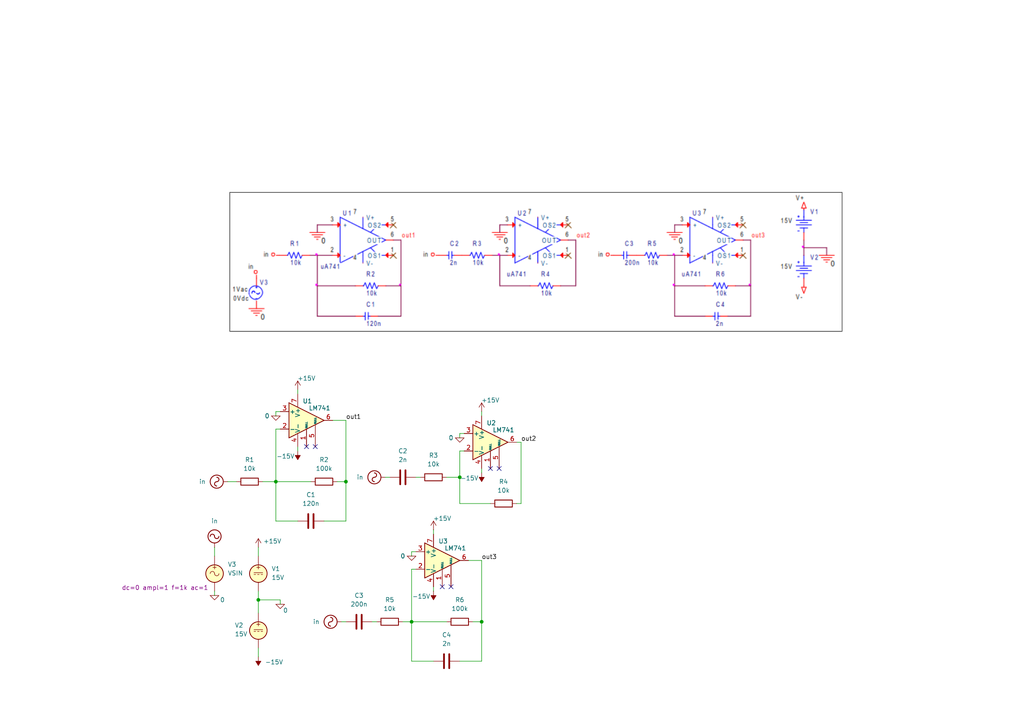
<source format=kicad_sch>
(kicad_sch (version 20250114) (generator "eeschema") (generator_version "9.0")
  (paper "A4")
  (lib_symbols
    (symbol "Amplifier_Operational:LM741" (pin_names (offset 0.127))
      (property "Reference" "U" (at 0 6.35 0))
      (property "Value" "LM741" (at 0 3.81 0))
      (symbol "LM741_0_1"
        (polyline (pts (xy -5.08 5.08) (xy 5.08 0) (xy -5.08 -5.08) (xy -5.08 5.08)) (stroke (width 0.254)) (fill (type background)))
      )
      (symbol "LM741_1_1"
        (pin input line (at -7.62 2.54 0) (length 2.54) (name "+") (number "3"))
        (pin input line (at -7.62 -2.54 0) (length 2.54) (name "-") (number "2"))
        (pin power_in line (at -2.54 7.62 270) (length 3.81) (name "V+") (number "7"))
        (pin power_in line (at -2.54 -7.62 90) (length 3.81) (name "V-") (number "4"))
        (pin no_connect line (at 0 2.54 270) (length 2.54) (hide yes) (name "NC") (number "8"))
        (pin input line (at 0 -7.62 90) (length 5.08) (name "NULL") (number "1"))
        (pin input line (at 2.54 -7.62 90) (length 6.35) (name "NULL") (number "5"))
        (pin output line (at 7.62 0 180) (length 2.54) (name "~") (number "6"))
      )
    )
    (symbol "Device:C" (pin_numbers (hide yes)) (pin_names (offset 0.254))
      (property "Reference" "C" (at 0.635 2.54 0))
      (property "Value" "C" (at 0.635 -2.54 0))
      (symbol "C_0_1"
        (polyline (pts (xy -2.032 0.762) (xy 2.032 0.762)) (stroke (width 0.508)))
        (polyline (pts (xy -2.032 -0.762) (xy 2.032 -0.762)) (stroke (width 0.508)))
      )
      (symbol "C_1_1"
        (pin passive line (at 0 3.81 270) (length 2.794) (name "~") (number "1"))
        (pin passive line (at 0 -3.81 90) (length 2.794) (name "~") (number "2"))
      )
    )
    (symbol "Device:R" (pin_numbers (hide yes)) (pin_names (offset 0))
      (property "Reference" "R" (at 2.032 0 90))
      (property "Value" "R" (at 0 0 90))
      (symbol "R_0_1"
        (rectangle (start -1.016 -2.54) (end 1.016 2.54) (stroke (width 0.254)))
      )
      (symbol "R_1_1"
        (pin passive line (at 0 3.81 270) (length 1.27) (name "~") (number "1"))
        (pin passive line (at 0 -3.81 90) (length 1.27) (name "~") (number "2"))
      )
    )
    (symbol "Simulation_SPICE:0" (power) (pin_numbers (hide yes)) (pin_names (offset 0) (hide yes))
      (property "Value" "0" (at 0 -2.54 0))
      (symbol "0_0_1"
        (polyline (pts (xy -1.27 0) (xy 0 -1.27) (xy 1.27 0) (xy -1.27 0)))
      )
      (symbol "0_1_1"
        (pin power_in line (at 0 0 0) (length 0) (name "~") (number "1"))
      )
    )
    (symbol "Simulation_SPICE:VDC" (pin_numbers (hide yes)) (pin_names (offset 0.0254))
      (property "Reference" "V" (at 2.54 2.54 0))
      (property "Value" "1" (at 2.54 0 0))
      (symbol "VDC_0_0"
        (polyline (pts (xy -1.27 0.254) (xy 1.27 0.254)))
        (polyline (pts (xy -0.762 -0.254) (xy -1.27 -0.254)))
        (polyline (pts (xy 0.254 -0.254) (xy -0.254 -0.254)))
        (polyline (pts (xy 1.27 -0.254) (xy 0.762 -0.254)))
        (text "+" (at 0 1.905 0) (effects (font (size 1.27 1.27))))
      )
      (symbol "VDC_0_1"
        (circle (center 0 0) (radius 2.54) (stroke (width 0.254)) (fill (type background)))
      )
      (symbol "VDC_1_1"
        (pin passive line (at 0 5.08 270) (length 2.54) (name "~") (number "1"))
        (pin passive line (at 0 -5.08 90) (length 2.54) (name "~") (number "2"))
      )
    )
    (symbol "Simulation_SPICE:VSIN" (pin_numbers (hide yes)) (pin_names (offset 0.0254))
      (property "Reference" "V" (at 2.54 2.54 0))
      (property "Value" "VSIN" (at 2.54 0 0))
      (property "Sim.Params" "dc=0 ampl=1 f=1k ac=1" (at 2.54 -2.54 0))
      (symbol "VSIN_0_0"
        (arc (start -1.27 0) (mid -0.635 0.6323) (end 0 0))
        (arc (start 1.27 0) (mid 0.635 -0.6323) (end 0 0))
        (text "+" (at 0 1.905 0) (effects (font (size 1.27 1.27))))
      )
      (symbol "VSIN_0_1"
        (circle (center 0 0) (radius 2.54) (stroke (width 0.254)) (fill (type background)))
      )
      (symbol "VSIN_1_1"
        (pin passive line (at 0 5.08 270) (length 2.54) (name "~") (number "1"))
        (pin passive line (at 0 -5.08 90) (length 2.54) (name "~") (number "2"))
      )
    )
    (symbol "power:+15V" (power) (pin_numbers (hide yes)) (pin_names (offset 0) (hide yes))
      (property "Value" "+15V" (at 0 3.556 0))
      (symbol "+15V_0_1"
        (polyline (pts (xy -0.762 1.27) (xy 0 2.54)))
        (polyline (pts (xy 0 2.54) (xy 0.762 1.27)))
        (polyline (pts (xy 0 0) (xy 0 2.54)))
      )
      (symbol "+15V_1_1"
        (pin power_in line (at 0 0 90) (length 0) (name "~") (number "1"))
      )
    )
    (symbol "power:-15V" (power) (pin_numbers (hide yes)) (pin_names (offset 0) (hide yes))
      (property "Value" "-15V" (at 0 3.556 0))
      (symbol "-15V_0_0"
        (pin power_in line (at 0 0 90) (length 0) (name "~") (number "1"))
      )
      (symbol "-15V_0_1"
        (polyline (pts (xy 0 0) (xy 0 1.27) (xy 0.762 1.27) (xy 0 2.54) (xy -0.762 1.27) (xy 0 1.27)) (fill (type outline)))
      )
    )
    (symbol "power:AC" (power) (pin_numbers (hide yes)) (pin_names (offset 0) (hide yes))
      (property "Value" "AC" (at 0 6.35 0))
      (symbol "AC_0_1"
        (arc (start -1.27 3.175) (mid -0.635 3.8073) (end 0 3.175) (stroke (width 0.254)))
        (circle (center 0 3.175) (radius 1.905) (stroke (width 0.254)))
        (polyline (pts (xy 0 0) (xy 0 1.27)))
        (arc (start 1.27 3.175) (mid 0.635 2.5427) (end 0 3.175) (stroke (width 0.254)))
      )
      (symbol "AC_1_1"
        (pin power_in line (at 0 0 90) (length 0) (name "~") (number "1"))
      )
    )
  )
  (junction (at 80.01 139.7))
  (junction (at 119.38 180.34))
  (junction (at 133.35 138.43))
  (junction (at 100.33 139.7))
  (junction (at 74.93 173.99))
  (junction (at 139.7 180.34))
  (no_connect (at 128.27 170.18))
  (no_connect (at 91.44 129.54))
  (no_connect (at 144.78 135.89))
  (no_connect (at 130.81 170.18))
  (no_connect (at 142.24 135.89))
  (no_connect (at 88.9 129.54))
  (wire (pts (xy 149.86 146.05) (xy 151.13 146.05)))
  (wire (pts (xy 119.38 191.77) (xy 119.38 180.34)))
  (wire (pts (xy 74.93 173.99) (xy 74.93 177.8)))
  (wire (pts (xy 96.52 121.92) (xy 100.33 121.92)))
  (wire (pts (xy 97.79 139.7) (xy 100.33 139.7)))
  (wire (pts (xy 134.62 130.81) (xy 133.35 130.81)))
  (wire (pts (xy 149.86 128.27) (xy 151.13 128.27)))
  (wire (pts (xy 133.35 130.81) (xy 133.35 138.43)))
  (wire (pts (xy 80.01 139.7) (xy 90.17 139.7)))
  (wire (pts (xy 119.38 191.77) (xy 125.73 191.77)))
  (wire (pts (xy 86.36 113.03) (xy 86.36 114.3)))
  (wire (pts (xy 62.23 171.45) (xy 62.23 172.72)))
  (wire (pts (xy 139.7 191.77) (xy 139.7 180.34)))
  (wire (pts (xy 81.28 124.46) (xy 80.01 124.46)))
  (wire (pts (xy 135.89 162.56) (xy 139.7 162.56)))
  (wire (pts (xy 120.65 160.02) (xy 119.38 160.02)))
  (wire (pts (xy 100.33 139.7) (xy 100.33 121.92)))
  (wire (pts (xy 120.65 138.43) (xy 121.92 138.43)))
  (wire (pts (xy 66.04 139.7) (xy 68.58 139.7)))
  (wire (pts (xy 134.62 125.73) (xy 133.35 125.73)))
  (wire (pts (xy 133.35 138.43) (xy 133.35 146.05)))
  (wire (pts (xy 86.36 151.13) (xy 80.01 151.13)))
  (wire (pts (xy 81.28 173.99) (xy 81.28 175.26)))
  (wire (pts (xy 139.7 180.34) (xy 139.7 162.56)))
  (wire (pts (xy 133.35 125.73) (xy 133.35 127)))
  (wire (pts (xy 62.23 158.75) (xy 62.23 161.29)))
  (wire (pts (xy 139.7 119.38) (xy 139.7 120.65)))
  (wire (pts (xy 80.01 119.38) (xy 80.01 120.65)))
  (wire (pts (xy 107.95 180.34) (xy 109.22 180.34)))
  (wire (pts (xy 139.7 135.89) (xy 139.7 137.16)))
  (wire (pts (xy 125.73 153.67) (xy 125.73 154.94)))
  (wire (pts (xy 74.93 158.75) (xy 74.93 161.29)))
  (wire (pts (xy 120.65 165.1) (xy 119.38 165.1)))
  (wire (pts (xy 119.38 180.34) (xy 129.54 180.34)))
  (wire (pts (xy 86.36 129.54) (xy 86.36 130.81)))
  (wire (pts (xy 74.93 173.99) (xy 81.28 173.99)))
  (wire (pts (xy 80.01 124.46) (xy 80.01 139.7)))
  (wire (pts (xy 119.38 160.02) (xy 119.38 161.29)))
  (wire (pts (xy 93.98 151.13) (xy 100.33 151.13)))
  (wire (pts (xy 80.01 151.13) (xy 80.01 139.7)))
  (wire (pts (xy 74.93 171.45) (xy 74.93 173.99)))
  (wire (pts (xy 81.28 119.38) (xy 80.01 119.38)))
  (wire (pts (xy 129.54 138.43) (xy 133.35 138.43)))
  (wire (pts (xy 74.93 187.96) (xy 74.93 190.5)))
  (wire (pts (xy 151.13 146.05) (xy 151.13 128.27)))
  (wire (pts (xy 133.35 146.05) (xy 142.24 146.05)))
  (wire (pts (xy 99.06 180.34) (xy 100.33 180.34)))
  (wire (pts (xy 133.35 191.77) (xy 139.7 191.77)))
  (wire (pts (xy 119.38 165.1) (xy 119.38 180.34)))
  (wire (pts (xy 100.33 151.13) (xy 100.33 139.7)))
  (wire (pts (xy 111.76 138.43) (xy 113.03 138.43)))
  (wire (pts (xy 137.16 180.34) (xy 139.7 180.34)))
  (wire (pts (xy 116.84 180.34) (xy 119.38 180.34)))
  (wire (pts (xy 76.2 139.7) (xy 80.01 139.7)))
  (wire (pts (xy 125.73 170.18) (xy 125.73 171.45)))
  (image (at 155.448 75.946) (scale 2.45297))
  (label "out1" (at 100.33 121.92 0))
  (label "out3" (at 139.7 162.56 0))
  (label "out2" (at 151.13 128.27 0))
  (symbol (lib_id "Simulation_SPICE:VDC") (at 74.93 182.88 0) (unit 1)
    (property "Reference" "V2" (at 68.072 181.356 0) (effects (justify left)))
    (property "Value" "15V" (at 68.072 183.896 0) (effects (justify left)))
    (property "Datasheet" "https://ngspice.sourceforge.io/docs/ngspice-html-manual/manual.xhtml#sec_Independent_Sources_for" (effects (hide yes)))
    (property "Description" "Voltage source, DC" (effects (hide yes)))
    (property "Sim.Pins" "1=+ 2=-" (effects (hide yes)))
    (property "Sim.Type" "DC" (effects (hide yes)))
    (property "Sim.Device" "V" (effects (hide yes)))
  )
  (symbol (lib_id "power:-15V") (at 74.93 190.5 180) (unit 1)
    (property "Reference" "#PWR02" (effects (hide yes)))
    (property "Value" "-15V" (at 79.502 192.024 0))
    (property "Description" "Power symbol creates a global label with name \"-15V\"" (effects (hide yes)))
  )
  (symbol (lib_id "Simulation_SPICE:0") (at 133.35 127 0) (unit 1)
    (property "Reference" "#GND02" (effects (hide yes)))
    (property "Value" "0" (at 130.81 127 0))
    (property "Datasheet" "https://ngspice.sourceforge.io/docs/ngspice-html-manual/manual.xhtml#subsec_Circuit_elements__device" (effects (hide yes)))
    (property "Description" "0V reference potential for simulation" (effects (hide yes)))
  )
  (symbol (lib_id "Simulation_SPICE:0") (at 81.28 175.26 0) (unit 1)
    (property "Reference" "#GND04" (effects (hide yes)))
    (property "Value" "0" (at 82.804 177.038 0))
    (property "Datasheet" "https://ngspice.sourceforge.io/docs/ngspice-html-manual/manual.xhtml#subsec_Circuit_elements__device" (effects (hide yes)))
    (property "Description" "0V reference potential for simulation" (effects (hide yes)))
  )
  (symbol (lib_id "power:AC") (at 111.76 138.43 90) (unit 1)
    (property "Reference" "#PWR07" (effects (hide yes)))
    (property "Value" "in" (at 105.41 138.4299 90) (effects (justify left)))
    (property "Description" "Power symbol creates a global label with name \"AC\"" (effects (hide yes)))
  )
  (symbol (lib_id "power:+15V") (at 86.36 113.03 0) (unit 1)
    (property "Reference" "#PWR03" (effects (hide yes)))
    (property "Value" "+15V" (at 88.9 109.728 0))
    (property "Description" "Power symbol creates a global label with name \"+15V\"" (effects (hide yes)))
  )
  (symbol (lib_id "Simulation_SPICE:0") (at 119.38 161.29 0) (unit 1)
    (property "Reference" "#GND05" (effects (hide yes)))
    (property "Value" "0" (at 116.84 161.29 0))
    (property "Datasheet" "https://ngspice.sourceforge.io/docs/ngspice-html-manual/manual.xhtml#subsec_Circuit_elements__device" (effects (hide yes)))
    (property "Description" "0V reference potential for simulation" (effects (hide yes)))
  )
  (symbol (lib_id "power:+15V") (at 74.93 158.75 0) (unit 1)
    (property "Reference" "#PWR01" (effects (hide yes)))
    (property "Value" "+15V" (at 78.994 156.972 0))
    (property "Description" "Power symbol creates a global label with name \"+15V\"" (effects (hide yes)))
  )
  (symbol (lib_id "Device:R") (at 72.39 139.7 90) (unit 1)
    (property "Reference" "R1" (at 72.39 133.35 90))
    (property "Value" "10k" (at 72.39 135.89 90))
    (property "Description" "Resistor" (effects (hide yes)))
  )
  (symbol (lib_id "power:-15V") (at 125.73 171.45 180) (unit 1)
    (property "Reference" "#PWR012" (effects (hide yes)))
    (property "Value" "-15V" (at 122.174 172.974 0))
    (property "Description" "Power symbol creates a global label with name \"-15V\"" (effects (hide yes)))
  )
  (symbol (lib_id "Simulation_SPICE:VDC") (at 74.93 166.37 0) (unit 1)
    (property "Reference" "V1" (at 78.74 164.9701 0) (effects (justify left)))
    (property "Value" "15V" (at 78.74 167.5101 0) (effects (justify left)))
    (property "Datasheet" "https://ngspice.sourceforge.io/docs/ngspice-html-manual/manual.xhtml#sec_Independent_Sources_for" (effects (hide yes)))
    (property "Description" "Voltage source, DC" (effects (hide yes)))
    (property "Sim.Pins" "1=+ 2=-" (effects (hide yes)))
    (property "Sim.Type" "DC" (effects (hide yes)))
    (property "Sim.Device" "V" (effects (hide yes)))
  )
  (symbol (lib_id "Device:R") (at 133.35 180.34 90) (unit 1)
    (property "Reference" "R6" (at 133.35 173.99 90))
    (property "Value" "100k" (at 133.35 176.53 90))
    (property "Description" "Resistor" (effects (hide yes)))
  )
  (symbol (lib_id "power:-15V") (at 86.36 130.81 180) (unit 1)
    (property "Reference" "#PWR04" (effects (hide yes)))
    (property "Value" "-15V" (at 82.804 132.334 0))
    (property "Description" "Power symbol creates a global label with name \"-15V\"" (effects (hide yes)))
  )
  (symbol (lib_id "Simulation_SPICE:VSIN") (at 62.23 166.37 0) (unit 1)
    (property "Reference" "V3" (at 66.04 163.7001 0) (effects (justify left)))
    (property "Value" "VSIN" (at 66.04 166.2401 0) (effects (justify left)))
    (property "Datasheet" "https://ngspice.sourceforge.io/docs/ngspice-html-manual/manual.xhtml#sec_Independent_Sources_for" (effects (hide yes)))
    (property "Description" "Voltage source, sinusoidal" (effects (hide yes)))
    (property "Sim.Pins" "1=+ 2=-" (effects (hide yes)))
    (property "Sim.Params" "dc=0 ampl=1 f=1k ac=1" (at 35.306 170.434 0) (effects (justify left)))
    (property "Sim.Type" "SIN" (effects (hide yes)))
    (property "Sim.Device" "V" (effects (hide yes)))
  )
  (symbol (lib_id "power:AC") (at 62.23 158.75 0) (unit 1)
    (property "Reference" "#PWR05" (effects (hide yes)))
    (property "Value" "in" (at 62.23 151.13 0))
    (property "Description" "Power symbol creates a global label with name \"AC\"" (effects (hide yes)))
  )
  (symbol (lib_id "Device:R") (at 93.98 139.7 90) (unit 1)
    (property "Reference" "R2" (at 93.98 133.35 90))
    (property "Value" "100k" (at 93.98 135.89 90))
    (property "Description" "Resistor" (effects (hide yes)))
  )
  (symbol (lib_id "power:+15V") (at 125.73 153.67 0) (unit 1)
    (property "Reference" "#PWR011" (effects (hide yes)))
    (property "Value" "+15V" (at 128.27 150.368 0))
    (property "Description" "Power symbol creates a global label with name \"+15V\"" (effects (hide yes)))
  )
  (symbol (lib_id "Simulation_SPICE:0") (at 62.23 172.72 0) (unit 1)
    (property "Reference" "#GND01" (effects (hide yes)))
    (property "Value" "0" (at 64.516 173.99 0))
    (property "Datasheet" "https://ngspice.sourceforge.io/docs/ngspice-html-manual/manual.xhtml#subsec_Circuit_elements__device" (effects (hide yes)))
    (property "Description" "0V reference potential for simulation" (effects (hide yes)))
  )
  (symbol (lib_id "Device:R") (at 125.73 138.43 90) (unit 1)
    (property "Reference" "R3" (at 125.73 132.08 90))
    (property "Value" "10k" (at 125.73 134.62 90))
    (property "Description" "Resistor" (effects (hide yes)))
  )
  (symbol (lib_id "Simulation_SPICE:0") (at 80.01 120.65 0) (unit 1)
    (property "Reference" "#GND03" (effects (hide yes)))
    (property "Value" "0" (at 77.47 120.65 0))
    (property "Datasheet" "https://ngspice.sourceforge.io/docs/ngspice-html-manual/manual.xhtml#subsec_Circuit_elements__device" (effects (hide yes)))
    (property "Description" "0V reference potential for simulation" (effects (hide yes)))
  )
  (symbol (lib_id "Device:C") (at 104.14 180.34 90) (unit 1)
    (property "Reference" "C3" (at 104.14 172.72 90))
    (property "Value" "200n" (at 104.14 175.26 90))
    (property "Description" "Unpolarized capacitor" (effects (hide yes)))
  )
  (symbol (lib_id "power:+15V") (at 139.7 119.38 0) (unit 1)
    (property "Reference" "#PWR08" (effects (hide yes)))
    (property "Value" "+15V" (at 142.24 116.078 0))
    (property "Description" "Power symbol creates a global label with name \"+15V\"" (effects (hide yes)))
  )
  (symbol (lib_id "Amplifier_Operational:LM741") (at 142.24 128.27 0) (unit 1)
    (property "Reference" "U2" (at 142.494 122.682 0))
    (property "Value" "LM741" (at 146.05 124.714 0))
    (property "Datasheet" "http://www.ti.com/lit/ds/symlink/lm741.pdf" (effects (hide yes)))
    (property "Description" "Operational Amplifier, DIP-8/TO-99-8" (effects (hide yes)))
    (property "Sim.Library" "lib/LM741.lib" (effects (hide yes)))
    (property "Sim.Name" "LM741" (effects (hide yes)))
    (property "Sim.Device" "SUBCKT" (effects (hide yes)))
    (property "Sim.Pins" "2=2 3=1 4=50 6=28 7=99" (effects (hide yes)))
  )
  (symbol (lib_id "power:AC") (at 99.06 180.34 90) (unit 1)
    (property "Reference" "#PWR010" (effects (hide yes)))
    (property "Value" "in" (at 92.71 180.3399 90) (effects (justify left)))
    (property "Description" "Power symbol creates a global label with name \"AC\"" (effects (hide yes)))
  )
  (symbol (lib_id "power:AC") (at 66.04 139.7 90) (unit 1)
    (property "Reference" "#PWR06" (effects (hide yes)))
    (property "Value" "in" (at 59.69 139.6999 90) (effects (justify left)))
    (property "Description" "Power symbol creates a global label with name \"AC\"" (effects (hide yes)))
  )
  (symbol (lib_id "Device:C") (at 116.84 138.43 90) (unit 1)
    (property "Reference" "C2" (at 116.84 130.81 90))
    (property "Value" "2n" (at 116.84 133.35 90))
    (property "Description" "Unpolarized capacitor" (effects (hide yes)))
  )
  (symbol (lib_id "Device:C") (at 90.17 151.13 90) (unit 1)
    (property "Reference" "C1" (at 90.17 143.51 90))
    (property "Value" "120n" (at 90.17 146.05 90))
    (property "Description" "Unpolarized capacitor" (effects (hide yes)))
  )
  (symbol (lib_id "Amplifier_Operational:LM741") (at 88.9 121.92 0) (unit 1)
    (property "Reference" "U1" (at 89.154 116.332 0))
    (property "Value" "LM741" (at 92.71 118.364 0))
    (property "Datasheet" "http://www.ti.com/lit/ds/symlink/lm741.pdf" (effects (hide yes)))
    (property "Description" "Operational Amplifier, DIP-8/TO-99-8" (effects (hide yes)))
    (property "Sim.Library" "lib/LM741.lib" (effects (hide yes)))
    (property "Sim.Name" "LM741" (effects (hide yes)))
    (property "Sim.Device" "SUBCKT" (effects (hide yes)))
    (property "Sim.Pins" "2=2 3=1 4=50 6=28 7=99" (effects (hide yes)))
  )
  (symbol (lib_id "Device:C") (at 129.54 191.77 90) (unit 1)
    (property "Reference" "C4" (at 129.54 184.15 90))
    (property "Value" "2n" (at 129.54 186.69 90))
    (property "Description" "Unpolarized capacitor" (effects (hide yes)))
  )
  (symbol (lib_id "Device:R") (at 146.05 146.05 90) (unit 1)
    (property "Reference" "R4" (at 146.05 139.7 90))
    (property "Value" "10k" (at 146.05 142.24 90))
    (property "Description" "Resistor" (effects (hide yes)))
  )
  (symbol (lib_id "power:-15V") (at 139.7 137.16 180) (unit 1)
    (property "Reference" "#PWR09" (effects (hide yes)))
    (property "Value" "-15V" (at 136.144 138.684 0))
    (property "Description" "Power symbol creates a global label with name \"-15V\"" (effects (hide yes)))
  )
  (symbol (lib_id "Amplifier_Operational:LM741") (at 128.27 162.56 0) (unit 1)
    (property "Reference" "U3" (at 128.524 156.972 0))
    (property "Value" "LM741" (at 132.08 159.004 0))
    (property "Datasheet" "http://www.ti.com/lit/ds/symlink/lm741.pdf" (effects (hide yes)))
    (property "Description" "Operational Amplifier, DIP-8/TO-99-8" (effects (hide yes)))
    (property "Sim.Library" "lib/LM741.lib" (effects (hide yes)))
    (property "Sim.Name" "LM741" (effects (hide yes)))
    (property "Sim.Device" "SUBCKT" (effects (hide yes)))
    (property "Sim.Pins" "2=2 3=1 4=50 6=28 7=99" (effects (hide yes)))
  )
  (symbol (lib_id "Device:R") (at 113.03 180.34 90) (unit 1)
    (property "Reference" "R5" (at 113.03 173.99 90))
    (property "Value" "10k" (at 113.03 176.53 90))
    (property "Description" "Resistor" (effects (hide yes)))
  )
)
</source>
